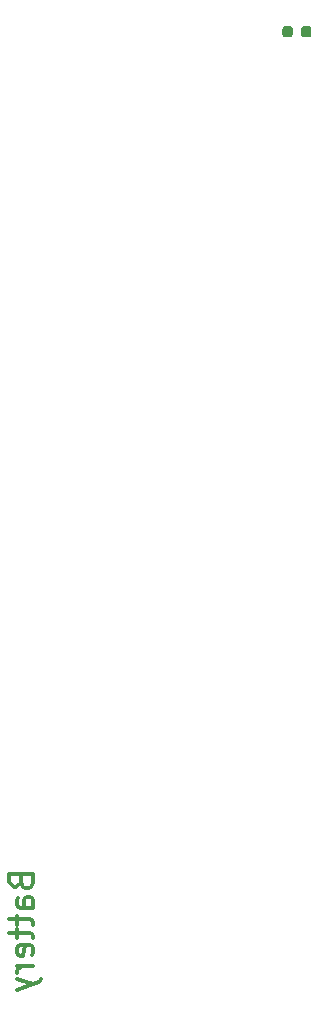
<source format=gbr>
G04 #@! TF.GenerationSoftware,KiCad,Pcbnew,(5.1.6-0)*
G04 #@! TF.CreationDate,2021-01-08T20:23:25+00:00*
G04 #@! TF.ProjectId,XMAS_Star_21,584d4153-5f53-4746-9172-5f32312e6b69,rev?*
G04 #@! TF.SameCoordinates,Original*
G04 #@! TF.FileFunction,Paste,Bot*
G04 #@! TF.FilePolarity,Positive*
%FSLAX46Y46*%
G04 Gerber Fmt 4.6, Leading zero omitted, Abs format (unit mm)*
G04 Created by KiCad (PCBNEW (5.1.6-0)) date 2021-01-08 20:23:25*
%MOMM*%
%LPD*%
G01*
G04 APERTURE LIST*
%ADD10C,0.300000*%
G04 APERTURE END LIST*
D10*
X76607142Y-154217142D02*
X76702380Y-154502857D01*
X76797619Y-154598095D01*
X76988095Y-154693333D01*
X77273809Y-154693333D01*
X77464285Y-154598095D01*
X77559523Y-154502857D01*
X77654761Y-154312380D01*
X77654761Y-153550476D01*
X75654761Y-153550476D01*
X75654761Y-154217142D01*
X75750000Y-154407619D01*
X75845238Y-154502857D01*
X76035714Y-154598095D01*
X76226190Y-154598095D01*
X76416666Y-154502857D01*
X76511904Y-154407619D01*
X76607142Y-154217142D01*
X76607142Y-153550476D01*
X77654761Y-156407619D02*
X76607142Y-156407619D01*
X76416666Y-156312380D01*
X76321428Y-156121904D01*
X76321428Y-155740952D01*
X76416666Y-155550476D01*
X77559523Y-156407619D02*
X77654761Y-156217142D01*
X77654761Y-155740952D01*
X77559523Y-155550476D01*
X77369047Y-155455238D01*
X77178571Y-155455238D01*
X76988095Y-155550476D01*
X76892857Y-155740952D01*
X76892857Y-156217142D01*
X76797619Y-156407619D01*
X76321428Y-157074285D02*
X76321428Y-157836190D01*
X75654761Y-157360000D02*
X77369047Y-157360000D01*
X77559523Y-157455238D01*
X77654761Y-157645714D01*
X77654761Y-157836190D01*
X76321428Y-158217142D02*
X76321428Y-158979047D01*
X75654761Y-158502857D02*
X77369047Y-158502857D01*
X77559523Y-158598095D01*
X77654761Y-158788571D01*
X77654761Y-158979047D01*
X77559523Y-160407619D02*
X77654761Y-160217142D01*
X77654761Y-159836190D01*
X77559523Y-159645714D01*
X77369047Y-159550476D01*
X76607142Y-159550476D01*
X76416666Y-159645714D01*
X76321428Y-159836190D01*
X76321428Y-160217142D01*
X76416666Y-160407619D01*
X76607142Y-160502857D01*
X76797619Y-160502857D01*
X76988095Y-159550476D01*
X77654761Y-161360000D02*
X76321428Y-161360000D01*
X76702380Y-161360000D02*
X76511904Y-161455238D01*
X76416666Y-161550476D01*
X76321428Y-161740952D01*
X76321428Y-161931428D01*
X76321428Y-162407619D02*
X77654761Y-162883809D01*
X76321428Y-163360000D02*
X77654761Y-162883809D01*
X78130952Y-162693333D01*
X78226190Y-162598095D01*
X78321428Y-162407619D01*
G36*
G01*
X99650000Y-81963750D02*
X99650000Y-82476250D01*
G75*
G02*
X99431250Y-82695000I-218750J0D01*
G01*
X98993750Y-82695000D01*
G75*
G02*
X98775000Y-82476250I0J218750D01*
G01*
X98775000Y-81963750D01*
G75*
G02*
X98993750Y-81745000I218750J0D01*
G01*
X99431250Y-81745000D01*
G75*
G02*
X99650000Y-81963750I0J-218750D01*
G01*
G37*
G36*
G01*
X101225000Y-81963750D02*
X101225000Y-82476250D01*
G75*
G02*
X101006250Y-82695000I-218750J0D01*
G01*
X100568750Y-82695000D01*
G75*
G02*
X100350000Y-82476250I0J218750D01*
G01*
X100350000Y-81963750D01*
G75*
G02*
X100568750Y-81745000I218750J0D01*
G01*
X101006250Y-81745000D01*
G75*
G02*
X101225000Y-81963750I0J-218750D01*
G01*
G37*
M02*

</source>
